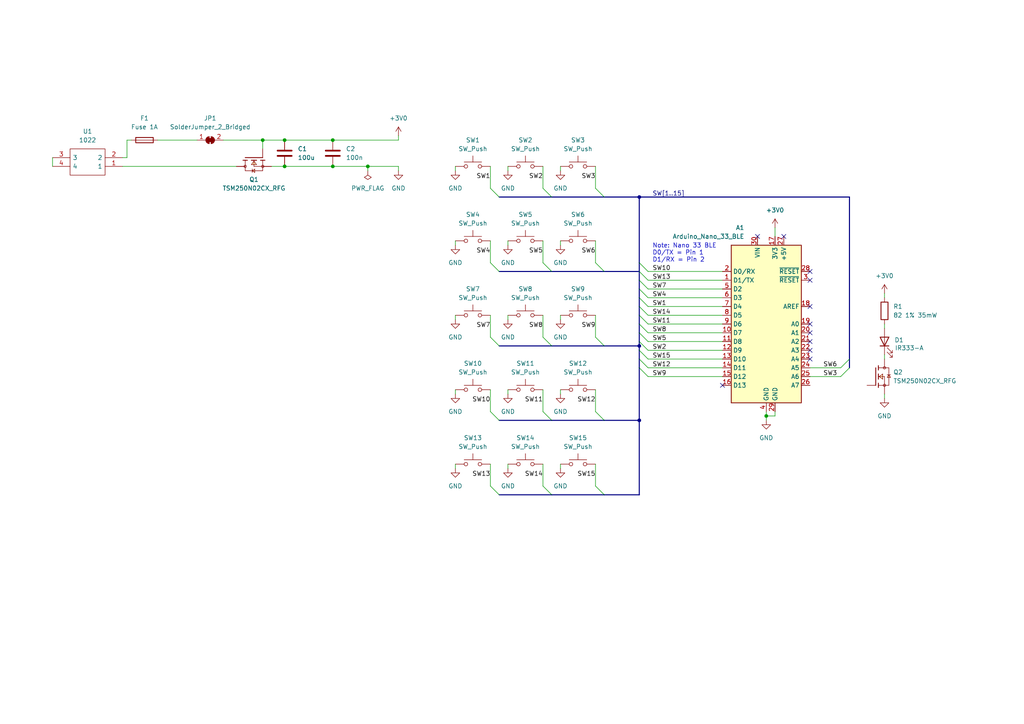
<source format=kicad_sch>
(kicad_sch (version 20211123) (generator eeschema)
  (paper "A4")
  (title_block (title "Mainboard") (comment 1 "${PROJECT}") (comment 2 "${PROJECT-URL}") (comment 3 "${GIT-COMMIT-HASH}") (comment 4 "${GIT-COMMIT-TAG}"))
  (lib_symbols
    (symbol "Device:C" (pin_numbers hide) (pin_names (offset 0.254))
      (property "Reference" "C" (at 0.635 2.54 0))
      (property "Value" "C" (at 0.635 -2.54 0))
      (symbol "C_0_1"
        (polyline (pts (xy -2.032 -0.762) (xy 2.032 -0.762)) (stroke (width 0.508)))
        (polyline (pts (xy -2.032 0.762) (xy 2.032 0.762)) (stroke (width 0.508)))
      )
      (symbol "C_1_1"
        (pin passive line (at 0 3.81 270) (length 2.794) (name "~") (number "1"))
        (pin passive line (at 0 -3.81 90) (length 2.794) (name "~") (number "2"))
      )
    )
    (symbol "Device:Fuse" (pin_numbers hide) (pin_names (offset 0))
      (property "Reference" "F" (at 2.032 0 90))
      (property "Value" "Fuse" (at -1.905 0 90))
      (symbol "Fuse_0_1"
        (rectangle (start -0.762 -2.54) (end 0.762 2.54) (stroke (width 0.254)))
        (polyline (pts (xy 0 2.54) (xy 0 -2.54)))
      )
      (symbol "Fuse_1_1"
        (pin passive line (at 0 3.81 270) (length 1.27) (name "~") (number "1"))
        (pin passive line (at 0 -3.81 90) (length 1.27) (name "~") (number "2"))
      )
    )
    (symbol "Device:LED" (pin_numbers hide) (pin_names (offset 1.016) hide)
      (property "Reference" "D" (at 0 2.54 0))
      (property "Value" "LED" (at 0 -2.54 0))
      (symbol "LED_0_1"
        (polyline (pts (xy -1.27 -1.27) (xy -1.27 1.27)) (stroke (width 0.254)))
        (polyline (pts (xy -1.27 0) (xy 1.27 0)))
        (polyline (pts (xy 1.27 -1.27) (xy 1.27 1.27) (xy -1.27 0) (xy 1.27 -1.27)) (stroke (width 0.254)))
        (polyline (pts (xy -3.048 -0.762) (xy -4.572 -2.286) (xy -3.81 -2.286) (xy -4.572 -2.286) (xy -4.572 -1.524)))
        (polyline (pts (xy -1.778 -0.762) (xy -3.302 -2.286) (xy -2.54 -2.286) (xy -3.302 -2.286) (xy -3.302 -1.524)))
      )
      (symbol "LED_1_1"
        (pin passive line (at -3.81 0 0) (length 2.54) (name "K") (number "1"))
        (pin passive line (at 3.81 0 180) (length 2.54) (name "A") (number "2"))
      )
    )
    (symbol "Device:R" (pin_numbers hide) (pin_names (offset 0))
      (property "Reference" "R" (at 2.032 0 90))
      (property "Value" "R" (at 0 0 90))
      (symbol "R_0_1"
        (rectangle (start -1.016 -2.54) (end 1.016 2.54) (stroke (width 0.254)))
      )
      (symbol "R_1_1"
        (pin passive line (at 0 3.81 270) (length 1.27) (name "~") (number "1"))
        (pin passive line (at 0 -3.81 90) (length 1.27) (name "~") (number "2"))
      )
    )
    (symbol "Jumper:SolderJumper_2_Bridged" (pin_names (offset 0) hide)
      (property "Reference" "JP" (at 0 2.032 0))
      (property "Value" "SolderJumper_2_Bridged" (at 0 -2.54 0))
      (symbol "SolderJumper_2_Bridged_0_1"
        (rectangle (start -0.508 0.508) (end 0.508 -0.508) (fill (type outline)))
        (arc (start -0.254 1.016) (mid -1.27 0) (end -0.254 -1.016))
        (arc (start -0.254 1.016) (mid -1.27 0) (end -0.254 -1.016) (fill (type outline)))
        (polyline (pts (xy -0.254 1.016) (xy -0.254 -1.016)))
        (polyline (pts (xy 0.254 1.016) (xy 0.254 -1.016)))
        (arc (start 0.254 -1.016) (mid 1.27 0) (end 0.254 1.016))
        (arc (start 0.254 -1.016) (mid 1.27 0) (end 0.254 1.016) (fill (type outline)))
      )
      (symbol "SolderJumper_2_Bridged_1_1"
        (pin passive line (at -3.81 0 0) (length 2.54) (name "A") (number "1"))
        (pin passive line (at 3.81 0 180) (length 2.54) (name "B") (number "2"))
      )
    )
    (symbol "MCU_Module:Arduino_Nano_v3.x"
      (property "Reference" "A" (at -10.16 23.495 0))
      (property "Value" "Arduino_Nano_v3.x" (at 5.08 -24.13 0))
      (symbol "Arduino_Nano_v3.x_0_1"
        (rectangle (start -10.16 22.86) (end 10.16 -22.86) (stroke (width 0.254)) (fill (type background)))
      )
      (symbol "Arduino_Nano_v3.x_1_1"
        (pin bidirectional line (at -12.7 12.7 0) (length 2.54) (name "D1/TX") (number "1"))
        (pin bidirectional line (at -12.7 -2.54 0) (length 2.54) (name "D7") (number "10"))
        (pin bidirectional line (at -12.7 -5.08 0) (length 2.54) (name "D8") (number "11"))
        (pin bidirectional line (at -12.7 -7.62 0) (length 2.54) (name "D9") (number "12"))
        (pin bidirectional line (at -12.7 -10.16 0) (length 2.54) (name "D10") (number "13"))
        (pin bidirectional line (at -12.7 -12.7 0) (length 2.54) (name "D11") (number "14"))
        (pin bidirectional line (at -12.7 -15.24 0) (length 2.54) (name "D12") (number "15"))
        (pin bidirectional line (at -12.7 -17.78 0) (length 2.54) (name "D13") (number "16"))
        (pin power_out line (at 2.54 25.4 270) (length 2.54) (name "3V3") (number "17"))
        (pin input line (at 12.7 5.08 180) (length 2.54) (name "AREF") (number "18"))
        (pin bidirectional line (at 12.7 0 180) (length 2.54) (name "A0") (number "19"))
        (pin bidirectional line (at -12.7 15.24 0) (length 2.54) (name "D0/RX") (number "2"))
        (pin bidirectional line (at 12.7 -2.54 180) (length 2.54) (name "A1") (number "20"))
        (pin bidirectional line (at 12.7 -5.08 180) (length 2.54) (name "A2") (number "21"))
        (pin bidirectional line (at 12.7 -7.62 180) (length 2.54) (name "A3") (number "22"))
        (pin bidirectional line (at 12.7 -10.16 180) (length 2.54) (name "A4") (number "23"))
        (pin bidirectional line (at 12.7 -12.7 180) (length 2.54) (name "A5") (number "24"))
        (pin bidirectional line (at 12.7 -15.24 180) (length 2.54) (name "A6") (number "25"))
        (pin bidirectional line (at 12.7 -17.78 180) (length 2.54) (name "A7") (number "26"))
        (pin power_out line (at 5.08 25.4 270) (length 2.54) (name "+5V") (number "27"))
        (pin input line (at 12.7 15.24 180) (length 2.54) (name "~{RESET}") (number "28"))
        (pin power_in line (at 2.54 -25.4 90) (length 2.54) (name "GND") (number "29"))
        (pin input line (at 12.7 12.7 180) (length 2.54) (name "~{RESET}") (number "3"))
        (pin power_in line (at -2.54 25.4 270) (length 2.54) (name "VIN") (number "30"))
        (pin power_in line (at 0 -25.4 90) (length 2.54) (name "GND") (number "4"))
        (pin bidirectional line (at -12.7 10.16 0) (length 2.54) (name "D2") (number "5"))
        (pin bidirectional line (at -12.7 7.62 0) (length 2.54) (name "D3") (number "6"))
        (pin bidirectional line (at -12.7 5.08 0) (length 2.54) (name "D4") (number "7"))
        (pin bidirectional line (at -12.7 2.54 0) (length 2.54) (name "D5") (number "8"))
        (pin bidirectional line (at -12.7 0 0) (length 2.54) (name "D6") (number "9"))
      )
    )
    (symbol "SamacSys:1022" (pin_names (offset 0.762))
      (property "Reference" "U" (at 16.51 7.62 0))
      (property "Value" "1022" (at 16.51 5.08 0))
      (symbol "1022_0_0"
        (pin passive line (at 0 0 0) (length 5.08) (name "1") (number "1"))
        (pin passive line (at 0 -2.54 0) (length 5.08) (name "2") (number "2"))
        (pin passive line (at 20.32 -2.54 180) (length 5.08) (name "3") (number "3"))
        (pin passive line (at 20.32 0 180) (length 5.08) (name "4") (number "4"))
      )
      (symbol "1022_0_1"
        (polyline (pts (xy 5.08 2.54) (xy 15.24 2.54) (xy 15.24 -5.08) (xy 5.08 -5.08) (xy 5.08 2.54)) (stroke (width 0.1524)))
      )
    )
    (symbol "Switch:SW_Push" (pin_numbers hide) (pin_names (offset 1.016) hide)
      (property "Reference" "SW" (at 1.27 2.54 0))
      (property "Value" "SW_Push" (at 0 -1.524 0))
      (symbol "SW_Push_0_1"
        (circle (center -2.032 0) (radius 0.508))
        (polyline (pts (xy 0 1.27) (xy 0 3.048)))
        (polyline (pts (xy 2.54 1.27) (xy -2.54 1.27)))
        (circle (center 2.032 0) (radius 0.508))
        (pin passive line (at -5.08 0 0) (length 2.54) (name "1") (number "1"))
        (pin passive line (at 5.08 0 180) (length 2.54) (name "2") (number "2"))
      )
    )
    (symbol "TSM250N02CX_RFG:TSM250N02CX_RFG" (pin_numbers hide) (pin_names (offset 1.016) hide)
      (property "Reference" "Q" (at -8.89 2.54 0))
      (property "Value" "TSM250N02CX_RFG" (at -8.89 -7.62 0))
      (symbol "TSM250N02CX_RFG_0_0"
        (polyline (pts (xy 0 2.54) (xy 0 -2.54)) (stroke (width 0.254)))
        (polyline (pts (xy 0.762 -2.54) (xy 0.762 -3.175)) (stroke (width 0.254)))
        (polyline (pts (xy 0.762 -1.905) (xy 0.762 -2.54)) (stroke (width 0.254)))
        (polyline (pts (xy 0.762 0) (xy 0.762 -0.762)) (stroke (width 0.254)))
        (polyline (pts (xy 0.762 0) (xy 2.54 0)) (stroke (width 0.1524)))
        (polyline (pts (xy 0.762 0.762) (xy 0.762 0)) (stroke (width 0.254)))
        (polyline (pts (xy 0.762 2.54) (xy 0.762 1.905)) (stroke (width 0.254)))
        (polyline (pts (xy 0.762 2.54) (xy 3.81 2.54)) (stroke (width 0.1524)))
        (polyline (pts (xy 0.762 3.175) (xy 0.762 2.54)) (stroke (width 0.254)))
        (polyline (pts (xy 2.54 -2.54) (xy 0.762 -2.54)) (stroke (width 0.1524)))
        (polyline (pts (xy 2.54 -2.54) (xy 3.81 -2.54)) (stroke (width 0.1524)))
        (polyline (pts (xy 2.54 0) (xy 2.54 -2.54)) (stroke (width 0.1524)))
        (polyline (pts (xy 3.81 0.508) (xy 3.302 0.508)) (stroke (width 0.1524)))
        (polyline (pts (xy 3.81 0.508) (xy 3.81 -2.54)) (stroke (width 0.1524)))
        (polyline (pts (xy 3.81 2.54) (xy 3.81 0.508)) (stroke (width 0.1524)))
        (polyline (pts (xy 4.318 0.508) (xy 3.81 0.508)) (stroke (width 0.1524)))
        (polyline (pts (xy 1.016 0) (xy 2.032 0.762) (xy 2.032 -0.762) (xy 1.016 0)) (stroke (width 0.1524)) (fill (type background)))
        (polyline (pts (xy 3.81 0.508) (xy 3.302 -0.254) (xy 4.318 -0.254) (xy 3.81 0.508)) (stroke (width 0.1524)) (fill (type background)))
        (circle (center 2.54 -2.54) (radius 0.3556))
        (circle (center 2.54 2.54) (radius 0.3556))
        (pin passive line (at -2.54 -2.54 0) (length 2.54) (name "~") (number "1"))
        (pin passive line (at 2.54 -5.08 90) (length 2.54) (name "~") (number "2"))
        (pin passive line (at 2.54 5.08 270) (length 2.54) (name "~") (number "3"))
      )
    )
    (symbol "power:+3V0" (power) (pin_names (offset 0))
      (property "Value" "+3V0" (at 0 3.556 0))
      (symbol "+3V0_0_1"
        (polyline (pts (xy -0.762 1.27) (xy 0 2.54)))
        (polyline (pts (xy 0 0) (xy 0 2.54)))
        (polyline (pts (xy 0 2.54) (xy 0.762 1.27)))
      )
      (symbol "+3V0_1_1"
        (pin power_in line (at 0 0 90) (length 0) hide (name "+3V0") (number "1"))
      )
    )
    (symbol "power:GND" (power) (pin_names (offset 0))
      (property "Value" "GND" (at 0 -3.81 0))
      (symbol "GND_0_1"
        (polyline (pts (xy 0 0) (xy 0 -1.27) (xy 1.27 -1.27) (xy 0 -2.54) (xy -1.27 -1.27) (xy 0 -1.27)))
      )
      (symbol "GND_1_1"
        (pin power_in line (at 0 0 270) (length 0) hide (name "GND") (number "1"))
      )
    )
    (symbol "power:PWR_FLAG" (power) (pin_numbers hide) (pin_names (offset 0) hide)
      (property "Value" "PWR_FLAG" (at 0 3.81 0))
      (symbol "PWR_FLAG_0_0"
        (pin power_out line (at 0 0 90) (length 0) (name "pwr") (number "1"))
      )
      (symbol "PWR_FLAG_0_1"
        (polyline (pts (xy 0 0) (xy 0 1.27) (xy -1.016 1.905) (xy 0 2.54) (xy 1.016 1.905) (xy 0 1.27)))
      )
    )
  )
  (junction (at 82.55 48.26))
  (junction (at 96.52 48.26))
  (junction (at 185.42 57.15))
  (junction (at 222.25 120.65))
  (junction (at 96.52 40.64))
  (junction (at 185.42 121.92))
  (junction (at 76.2 40.64))
  (junction (at 106.68 48.26))
  (junction (at 185.42 100.33))
  (junction (at 82.55 40.64))
  (no_connect (at 234.95 93.98))
  (no_connect (at 234.95 81.28))
  (no_connect (at 234.95 88.9))
  (no_connect (at 234.95 78.74))
  (no_connect (at 219.71 68.58))
  (no_connect (at 227.33 68.58))
  (no_connect (at 209.55 111.76))
  (no_connect (at 234.95 96.52))
  (no_connect (at 234.95 99.06))
  (no_connect (at 234.95 101.6))
  (no_connect (at 234.95 104.14))
  (bus_entry (at 185.42 88.9) (size 2.54 2.54))
  (bus_entry (at 175.26 143.51) (size -2.54 -2.54))
  (bus_entry (at 160.02 143.51) (size -2.54 -2.54))
  (bus_entry (at 185.42 86.36) (size 2.54 2.54))
  (bus_entry (at 185.42 83.82) (size 2.54 2.54))
  (bus_entry (at 185.42 76.2) (size 2.54 2.54))
  (bus_entry (at 185.42 81.28) (size 2.54 2.54))
  (bus_entry (at 144.78 100.33) (size -2.54 -2.54))
  (bus_entry (at 160.02 100.33) (size -2.54 -2.54))
  (bus_entry (at 160.02 121.92) (size -2.54 -2.54))
  (bus_entry (at 144.78 121.92) (size -2.54 -2.54))
  (bus_entry (at 175.26 57.15) (size -2.54 -2.54))
  (bus_entry (at 160.02 57.15) (size -2.54 -2.54))
  (bus_entry (at 144.78 57.15) (size -2.54 -2.54))
  (bus_entry (at 144.78 143.51) (size -2.54 -2.54))
  (bus_entry (at 175.26 121.92) (size -2.54 -2.54))
  (bus_entry (at 243.84 106.68) (size 2.54 -2.54))
  (bus_entry (at 243.84 109.22) (size 2.54 -2.54))
  (bus_entry (at 185.42 104.14) (size 2.54 2.54))
  (bus_entry (at 185.42 101.6) (size 2.54 2.54))
  (bus_entry (at 185.42 106.68) (size 2.54 2.54))
  (bus_entry (at 185.42 93.98) (size 2.54 2.54))
  (bus_entry (at 185.42 91.44) (size 2.54 2.54))
  (bus_entry (at 185.42 96.52) (size 2.54 2.54))
  (bus_entry (at 185.42 99.06) (size 2.54 2.54))
  (bus_entry (at 175.26 78.74) (size -2.54 -2.54))
  (bus_entry (at 144.78 78.74) (size -2.54 -2.54))
  (bus_entry (at 185.42 78.74) (size 2.54 2.54))
  (bus_entry (at 160.02 78.74) (size -2.54 -2.54))
  (bus_entry (at 175.26 100.33) (size -2.54 -2.54))
  (bus (pts (xy 185.42 121.92) (xy 185.42 143.51)))
  (bus (pts (xy 185.42 91.44) (xy 185.42 93.98)))
  (wire (pts (xy 82.55 48.26) (xy 96.52 48.26)))
  (wire (pts (xy 147.32 134.62) (xy 147.32 135.89)))
  (wire (pts (xy 162.56 113.03) (xy 162.56 114.3)))
  (bus (pts (xy 175.26 100.33) (xy 185.42 100.33)))
  (bus (pts (xy 185.42 78.74) (xy 185.42 81.28)))
  (wire (pts (xy 224.79 66.04) (xy 224.79 68.58)))
  (wire (pts (xy 96.52 40.64) (xy 115.57 40.64)))
  (wire (pts (xy 234.95 109.22) (xy 243.84 109.22)))
  (wire (pts (xy 256.54 114.3) (xy 256.54 115.57)))
  (bus (pts (xy 185.42 99.06) (xy 185.42 100.33)))
  (wire (pts (xy 132.08 91.44) (xy 132.08 92.71)))
  (wire (pts (xy 187.96 93.98) (xy 209.55 93.98)))
  (wire (pts (xy 36.83 45.72) (xy 36.83 40.64)))
  (wire (pts (xy 157.48 91.44) (xy 157.48 97.79)))
  (bus (pts (xy 175.26 100.33) (xy 160.02 100.33)))
  (wire (pts (xy 115.57 48.26) (xy 115.57 49.53)))
  (bus (pts (xy 185.42 104.14) (xy 185.42 106.68)))
  (bus (pts (xy 175.26 143.51) (xy 160.02 143.51)))
  (bus (pts (xy 144.78 100.33) (xy 160.02 100.33)))
  (wire (pts (xy 222.25 119.38) (xy 222.25 120.65)))
  (bus (pts (xy 144.78 121.92) (xy 160.02 121.92)))
  (wire (pts (xy 172.72 91.44) (xy 172.72 97.79)))
  (wire (pts (xy 76.2 40.64) (xy 82.55 40.64)))
  (wire (pts (xy 187.96 101.6) (xy 209.55 101.6)))
  (wire (pts (xy 142.24 134.62) (xy 142.24 140.97)))
  (wire (pts (xy 243.84 106.68) (xy 234.95 106.68)))
  (wire (pts (xy 132.08 48.26) (xy 132.08 49.53)))
  (wire (pts (xy 187.96 88.9) (xy 209.55 88.9)))
  (wire (pts (xy 187.96 106.68) (xy 209.55 106.68)))
  (wire (pts (xy 106.68 48.26) (xy 106.68 49.53)))
  (bus (pts (xy 175.26 78.74) (xy 160.02 78.74)))
  (bus (pts (xy 246.38 104.14) (xy 246.38 57.15)))
  (bus (pts (xy 185.42 96.52) (xy 185.42 99.06)))
  (bus (pts (xy 246.38 106.68) (xy 246.38 104.14)))
  (bus (pts (xy 175.26 121.92) (xy 185.42 121.92)))
  (wire (pts (xy 15.24 45.72) (xy 15.24 48.26)))
  (wire (pts (xy 187.96 96.52) (xy 209.55 96.52)))
  (bus (pts (xy 246.38 57.15) (xy 185.42 57.15)))
  (wire (pts (xy 64.77 40.64) (xy 76.2 40.64)))
  (wire (pts (xy 256.54 93.98) (xy 256.54 95.25)))
  (bus (pts (xy 185.42 106.68) (xy 185.42 121.92)))
  (wire (pts (xy 142.24 69.85) (xy 142.24 76.2)))
  (wire (pts (xy 142.24 91.44) (xy 142.24 97.79)))
  (bus (pts (xy 175.26 143.51) (xy 185.42 143.51)))
  (wire (pts (xy 82.55 40.64) (xy 96.52 40.64)))
  (bus (pts (xy 144.78 143.51) (xy 160.02 143.51)))
  (bus (pts (xy 185.42 86.36) (xy 185.42 88.9)))
  (wire (pts (xy 147.32 48.26) (xy 147.32 49.53)))
  (wire (pts (xy 157.48 48.26) (xy 157.48 54.61)))
  (bus (pts (xy 185.42 100.33) (xy 185.42 101.6)))
  (bus (pts (xy 185.42 81.28) (xy 185.42 83.82)))
  (bus (pts (xy 175.26 57.15) (xy 160.02 57.15)))
  (wire (pts (xy 187.96 83.82) (xy 209.55 83.82)))
  (bus (pts (xy 185.42 57.15) (xy 185.42 76.2)))
  (wire (pts (xy 172.72 134.62) (xy 172.72 140.97)))
  (bus (pts (xy 185.42 88.9) (xy 185.42 91.44)))
  (wire (pts (xy 172.72 113.03) (xy 172.72 119.38)))
  (wire (pts (xy 224.79 119.38) (xy 224.79 120.65)))
  (wire (pts (xy 157.48 113.03) (xy 157.48 119.38)))
  (bus (pts (xy 144.78 57.15) (xy 160.02 57.15)))
  (wire (pts (xy 132.08 134.62) (xy 132.08 135.89)))
  (wire (pts (xy 142.24 48.26) (xy 142.24 54.61)))
  (wire (pts (xy 187.96 104.14) (xy 209.55 104.14)))
  (wire (pts (xy 147.32 113.03) (xy 147.32 114.3)))
  (bus (pts (xy 144.78 78.74) (xy 160.02 78.74)))
  (wire (pts (xy 222.25 120.65) (xy 222.25 121.92)))
  (wire (pts (xy 157.48 69.85) (xy 157.48 76.2)))
  (bus (pts (xy 185.42 101.6) (xy 185.42 104.14)))
  (wire (pts (xy 187.96 86.36) (xy 209.55 86.36)))
  (wire (pts (xy 132.08 113.03) (xy 132.08 114.3)))
  (wire (pts (xy 115.57 40.64) (xy 115.57 39.37)))
  (wire (pts (xy 142.24 113.03) (xy 142.24 119.38)))
  (wire (pts (xy 187.96 99.06) (xy 209.55 99.06)))
  (wire (pts (xy 172.72 48.26) (xy 172.72 54.61)))
  (wire (pts (xy 162.56 48.26) (xy 162.56 49.53)))
  (wire (pts (xy 106.68 48.26) (xy 115.57 48.26)))
  (wire (pts (xy 162.56 91.44) (xy 162.56 92.71)))
  (wire (pts (xy 172.72 69.85) (xy 172.72 76.2)))
  (bus (pts (xy 185.42 83.82) (xy 185.42 86.36)))
  (bus (pts (xy 175.26 78.74) (xy 185.42 78.74)))
  (wire (pts (xy 96.52 48.26) (xy 106.68 48.26)))
  (wire (pts (xy 78.74 48.26) (xy 82.55 48.26)))
  (wire (pts (xy 36.83 45.72) (xy 35.56 45.72)))
  (wire (pts (xy 187.96 91.44) (xy 209.55 91.44)))
  (wire (pts (xy 35.56 48.26) (xy 68.58 48.26)))
  (wire (pts (xy 147.32 91.44) (xy 147.32 92.71)))
  (wire (pts (xy 187.96 109.22) (xy 209.55 109.22)))
  (wire (pts (xy 256.54 102.87) (xy 256.54 104.14)))
  (wire (pts (xy 256.54 85.09) (xy 256.54 86.36)))
  (wire (pts (xy 36.83 40.64) (xy 38.1 40.64)))
  (bus (pts (xy 185.42 76.2) (xy 185.42 78.74)))
  (wire (pts (xy 132.08 69.85) (xy 132.08 71.12)))
  (bus (pts (xy 175.26 57.15) (xy 185.42 57.15)))
  (wire (pts (xy 45.72 40.64) (xy 57.15 40.64)))
  (wire (pts (xy 187.96 81.28) (xy 209.55 81.28)))
  (wire (pts (xy 162.56 134.62) (xy 162.56 135.89)))
  (wire (pts (xy 222.25 120.65) (xy 224.79 120.65)))
  (bus (pts (xy 185.42 93.98) (xy 185.42 96.52)))
  (bus (pts (xy 175.26 121.92) (xy 160.02 121.92)))
  (wire (pts (xy 187.96 78.74) (xy 209.55 78.74)))
  (wire (pts (xy 157.48 134.62) (xy 157.48 140.97)))
  (wire (pts (xy 76.2 40.64) (xy 76.2 43.18)))
  (wire (pts (xy 147.32 69.85) (xy 147.32 71.12)))
  (wire (pts (xy 162.56 69.85) (xy 162.56 71.12)))
  (text "Note: Nano 33 BLE\nD0/TX = Pin 1\nD1/RX = Pin 2" (at 189.23 76.2 0) (effects (font (size 1.27 1.27)) (justify left bottom)))
  (label "SW5" (at 157.48 73.66 180))
  (label "SW8" (at 157.48 95.25 180))
  (label "SW5" (at 189.23 99.06 0))
  (label "SW1" (at 189.23 88.9 0))
  (label "SW10" (at 189.23 78.74 0))
  (label "SW7" (at 189.23 83.82 0))
  (label "SW2" (at 157.48 52.07 180))
  (label "SW9" (at 172.72 95.25 180))
  (label "SW14" (at 157.48 138.43 180))
  (label "SW6" (at 172.72 73.66 180))
  (label "SW8" (at 189.23 96.52 0))
  (label "SW10" (at 142.24 116.84 180))
  (label "SW4" (at 189.23 86.36 0))
  (label "SW2" (at 189.23 101.6 0))
  (label "SW7" (at 142.24 95.25 180))
  (label "SW13" (at 142.24 138.43 180))
  (label "SW13" (at 189.23 81.28 0))
  (label "SW4" (at 142.24 73.66 180))
  (label "SW15" (at 189.23 104.14 0))
  (label "SW12" (at 172.72 116.84 180))
  (label "SW12" (at 189.23 106.68 0))
  (label "SW1" (at 142.24 52.07 180))
  (label "SW14" (at 189.23 91.44 0))
  (label "SW6" (at 238.76 106.68 0))
  (label "SW3" (at 172.72 52.07 180))
  (label "SW9" (at 189.23 109.22 0))
  (label "SW[1..15]" (at 189.23 57.15 0))
  (label "SW15" (at 172.72 138.43 180))
  (label "SW11" (at 157.48 116.84 180))
  (label "SW3" (at 238.76 109.22 0))
  (label "SW11" (at 189.23 93.98 0))
  (symbol (lib_id "Switch:SW_Push") (at 137.16 69.85 0) (unit 1)
    (property "Reference" "SW4" (at 137.16 62.23 0))
    (property "Value" "SW_Push" (at 137.16 64.77 0))
    (property "Footprint" "Button_Switch_THT:SW_PUSH_6mm" (effects hide))
  )
  (symbol (lib_id "Switch:SW_Push") (at 152.4 69.85 0) (unit 1)
    (property "Reference" "SW5" (at 152.4 62.23 0))
    (property "Value" "SW_Push" (at 152.4 64.77 0))
    (property "Footprint" "Button_Switch_THT:SW_PUSH_6mm" (effects hide))
  )
  (symbol (lib_id "power:+3V0") (at 224.79 66.04 0) (unit 1)
    (property "Reference" "#PWR0118" (effects hide))
    (property "Value" "+3V0" (at 224.79 60.96 0))
  )
  (symbol (lib_id "Switch:SW_Push") (at 167.64 91.44 0) (unit 1)
    (property "Reference" "SW9" (at 167.64 83.82 0))
    (property "Value" "SW_Push" (at 167.64 86.36 0))
    (property "Footprint" "Button_Switch_THT:SW_PUSH_6mm" (effects hide))
  )
  (symbol (lib_id "Switch:SW_Push") (at 152.4 134.62 0) (unit 1)
    (property "Reference" "SW14" (at 152.4 127 0))
    (property "Value" "SW_Push" (at 152.4 129.54 0))
    (property "Footprint" "Button_Switch_THT:SW_PUSH_6mm" (effects hide))
  )
  (symbol (lib_id "Device:R") (at 256.54 90.17 180) (unit 1)
    (property "Reference" "R1" (at 259.08 88.8999 0) (effects (justify right)))
    (property "Value" "82 1% 35mW" (at 259.08 91.4399 0) (effects (justify right)))
    (property "Footprint" "Resistor_SMD:R_0805_2012Metric" (effects hide))
  )
  (symbol (lib_id "power:GND") (at 147.32 71.12 0) (unit 1)
    (property "Reference" "#PWR0106" (effects hide))
    (property "Value" "GND" (at 147.32 76.2 0))
  )
  (symbol (lib_id "TSM250N02CX_RFG:TSM250N02CX_RFG") (at 73.66 45.72 90) (mirror x) (unit 1)
    (property "Reference" "Q1" (at 73.66 52.07 90))
    (property "Value" "TSM250N02CX_RFG" (at 73.66 54.61 90))
    (property "Footprint" "TSM250N02CX_RFG:TRANS_TSM250N02CX_RFG" (effects hide))
    (property "STANDARD" "Manufacturer Recommendation" (effects hide))
    (property "MANUFACTURER" "Taiwan Semiconductor" (effects hide))
    (property "MAXIMUM_PACKAGE_HEIGHT" "1.15mm" (effects hide))
    (property "PARTREV" "A2007" (effects hide))
  )
  (symbol (lib_id "Device:C") (at 96.52 44.45 0) (unit 1)
    (property "Reference" "C2" (at 100.33 43.1799 0) (effects (justify left)))
    (property "Value" "100n" (at 100.33 45.7199 0) (effects (justify left)))
    (property "Footprint" "Capacitor_SMD:C_0805_2012Metric" (effects hide))
  )
  (symbol (lib_id "power:PWR_FLAG") (at 106.68 49.53 180) (unit 1)
    (property "Reference" "#FLG0101" (effects hide))
    (property "Value" "PWR_FLAG" (at 106.68 54.61 0))
  )
  (symbol (lib_id "Switch:SW_Push") (at 152.4 91.44 0) (unit 1)
    (property "Reference" "SW8" (at 152.4 83.82 0))
    (property "Value" "SW_Push" (at 152.4 86.36 0))
    (property "Footprint" "Button_Switch_THT:SW_PUSH_6mm" (effects hide))
  )
  (symbol (lib_id "power:GND") (at 162.56 114.3 0) (unit 1)
    (property "Reference" "#PWR0102" (effects hide))
    (property "Value" "GND" (at 162.56 119.38 0))
  )
  (symbol (lib_id "power:GND") (at 132.08 135.89 0) (unit 1)
    (property "Reference" "#PWR0112" (effects hide))
    (property "Value" "GND" (at 132.08 140.97 0))
  )
  (symbol (lib_id "power:+3V0") (at 115.57 39.37 0) (unit 1)
    (property "Reference" "#PWR0117" (effects hide))
    (property "Value" "+3V0" (at 115.57 34.29 0))
  )
  (symbol (lib_id "Switch:SW_Push") (at 167.64 48.26 0) (unit 1)
    (property "Reference" "SW3" (at 167.64 40.64 0))
    (property "Value" "SW_Push" (at 167.64 43.18 0))
    (property "Footprint" "Button_Switch_THT:SW_PUSH_6mm" (effects hide))
  )
  (symbol (lib_id "power:GND") (at 162.56 71.12 0) (unit 1)
    (property "Reference" "#PWR0107" (effects hide))
    (property "Value" "GND" (at 162.56 76.2 0))
  )
  (symbol (lib_id "power:+3V0") (at 256.54 85.09 0) (unit 1)
    (property "Reference" "#PWR0121" (effects hide))
    (property "Value" "+3V0" (at 256.54 80.01 0))
  )
  (symbol (lib_id "power:GND") (at 256.54 115.57 0) (unit 1)
    (property "Reference" "#PWR0120" (effects hide))
    (property "Value" "GND" (at 256.54 120.65 0))
  )
  (symbol (lib_id "Switch:SW_Push") (at 137.16 48.26 0) (unit 1)
    (property "Reference" "SW1" (at 137.16 40.64 0))
    (property "Value" "SW_Push" (at 137.16 43.18 0))
    (property "Footprint" "Button_Switch_THT:SW_PUSH_6mm" (effects hide))
  )
  (symbol (lib_id "SamacSys:1022") (at 35.56 48.26 180) (unit 1)
    (property "Reference" "U1" (at 25.4 38.1 0))
    (property "Value" "1022" (at 25.4 40.64 0))
    (property "Footprint" "SamacSys:1022" (effects hide))
    (property "Datasheet" "http://www.keyelco.com/product-pdf.cfm?p=935" (effects hide))
    (property "Description" "Cylindrical Battery Contacts, Clips, Holders & Springs \"AAA\" DUAL SMT battery holder" (effects hide))
    (property "Height" "11.18" (effects hide))
    (property "Mouser Part Number" "534-1022" (effects hide))
    (property "Mouser Price/Stock" "https://www.mouser.co.uk/ProductDetail/Keystone-Electronics/1022?qs=%2F%252BPMR94VuMb2WrzrnqCfQg%3D%3D" (effects hide))
    (property "Manufacturer_Name" "Keystone Electronics" (effects hide))
    (property "Manufacturer_Part_Number" "1022" (effects hide))
  )
  (symbol (lib_id "Switch:SW_Push") (at 167.64 134.62 0) (unit 1)
    (property "Reference" "SW15" (at 167.64 127 0))
    (property "Value" "SW_Push" (at 167.64 129.54 0))
    (property "Footprint" "Button_Switch_THT:SW_PUSH_6mm" (effects hide))
  )
  (symbol (lib_id "power:GND") (at 132.08 114.3 0) (unit 1)
    (property "Reference" "#PWR0111" (effects hide))
    (property "Value" "GND" (at 132.08 119.38 0))
  )
  (symbol (lib_id "power:GND") (at 222.25 121.92 0) (unit 1)
    (property "Reference" "#PWR0119" (effects hide))
    (property "Value" "GND" (at 222.25 127 0))
  )
  (symbol (lib_id "Device:LED") (at 256.54 99.06 90) (unit 1)
    (property "Reference" "D1" (at 260.7795 98.6192 90))
    (property "Value" "IR333-A" (at 263.737 100.9295 90))
    (property "Footprint" "LED_THT:LED_D5.0mm_Horizontal_O1.27mm_Z3.0mm" (effects hide))
    (property "Datasheet" "https://everlighteurope.com/index.php?controller=attachment&id_attachment=4872" (effects hide))
  )
  (symbol (lib_id "power:GND") (at 147.32 49.53 0) (unit 1)
    (property "Reference" "#PWR0113" (effects hide))
    (property "Value" "GND" (at 147.32 54.61 0))
  )
  (symbol (lib_id "power:GND") (at 147.32 135.89 0) (unit 1)
    (property "Reference" "#PWR0109" (effects hide))
    (property "Value" "GND" (at 147.32 140.97 0))
  )
  (symbol (lib_id "Switch:SW_Push") (at 167.64 113.03 0) (unit 1)
    (property "Reference" "SW12" (at 167.64 105.41 0))
    (property "Value" "SW_Push" (at 167.64 107.95 0))
    (property "Footprint" "Button_Switch_THT:SW_PUSH_6mm" (effects hide))
  )
  (symbol (lib_id "Switch:SW_Push") (at 137.16 113.03 0) (unit 1)
    (property "Reference" "SW10" (at 137.16 105.41 0))
    (property "Value" "SW_Push" (at 137.16 107.95 0))
    (property "Footprint" "Button_Switch_THT:SW_PUSH_6mm" (effects hide))
  )
  (symbol (lib_id "Switch:SW_Push") (at 167.64 69.85 0) (unit 1)
    (property "Reference" "SW6" (at 167.64 62.23 0))
    (property "Value" "SW_Push" (at 167.64 64.77 0))
    (property "Footprint" "Button_Switch_THT:SW_PUSH_6mm" (effects hide))
  )
  (symbol (lib_id "MCU_Module:Arduino_Nano_v3.x") (at 222.25 93.98 0) (unit 1)
    (property "Reference" "A1" (at 215.9 66.04 0) (effects (justify right)))
    (property "Value" "Arduino_Nano_33_BLE" (at 215.9 68.58 0) (effects (justify right)))
    (property "Footprint" "Module:Arduino_Nano_WithMountingHoles" (effects hide))
    (property "Datasheet" "http://www.mouser.com/pdfdocs/Gravitech_Arduino_Nano3_0.pdf" (effects hide))
  )
  (symbol (lib_id "power:GND") (at 147.32 114.3 0) (unit 1)
    (property "Reference" "#PWR0110" (effects hide))
    (property "Value" "GND" (at 147.32 119.38 0))
  )
  (symbol (lib_id "power:GND") (at 132.08 49.53 0) (unit 1)
    (property "Reference" "#PWR0114" (effects hide))
    (property "Value" "GND" (at 132.08 54.61 0))
  )
  (symbol (lib_id "Switch:SW_Push") (at 137.16 134.62 0) (unit 1)
    (property "Reference" "SW13" (at 137.16 127 0))
    (property "Value" "SW_Push" (at 137.16 129.54 0))
    (property "Footprint" "Button_Switch_THT:SW_PUSH_6mm" (effects hide))
  )
  (symbol (lib_id "power:GND") (at 147.32 92.71 0) (unit 1)
    (property "Reference" "#PWR0104" (effects hide))
    (property "Value" "GND" (at 147.32 97.79 0))
  )
  (symbol (lib_id "power:GND") (at 162.56 135.89 0) (unit 1)
    (property "Reference" "#PWR0101" (effects hide))
    (property "Value" "GND" (at 162.56 140.97 0))
  )
  (symbol (lib_id "Switch:SW_Push") (at 152.4 113.03 0) (unit 1)
    (property "Reference" "SW11" (at 152.4 105.41 0))
    (property "Value" "SW_Push" (at 152.4 107.95 0))
    (property "Footprint" "Button_Switch_THT:SW_PUSH_6mm" (effects hide))
  )
  (symbol (lib_id "power:GND") (at 162.56 49.53 0) (unit 1)
    (property "Reference" "#PWR0108" (effects hide))
    (property "Value" "GND" (at 162.56 54.61 0))
  )
  (symbol (lib_id "power:GND") (at 162.56 92.71 0) (unit 1)
    (property "Reference" "#PWR0103" (effects hide))
    (property "Value" "GND" (at 162.56 97.79 0))
  )
  (symbol (lib_id "power:GND") (at 115.57 49.53 0) (unit 1)
    (property "Reference" "#PWR0116" (effects hide))
    (property "Value" "GND" (at 115.57 54.61 0))
  )
  (symbol (lib_id "Device:C") (at 82.55 44.45 0) (unit 1)
    (property "Reference" "C1" (at 86.36 43.1799 0) (effects (justify left)))
    (property "Value" "100u" (at 86.36 45.7199 0) (effects (justify left)))
    (property "Footprint" "Capacitor_SMD:C_0805_2012Metric" (effects hide))
  )
  (symbol (lib_id "Jumper:SolderJumper_2_Bridged") (at 60.96 40.64 0) (unit 1)
    (property "Reference" "JP1" (at 60.96 34.29 0))
    (property "Value" "SolderJumper_2_Bridged" (at 60.96 36.83 0))
    (property "Footprint" "Jumper:SolderJumper-2_P1.3mm_Bridged_Pad1.0x1.5mm" (effects hide))
  )
  (symbol (lib_id "Switch:SW_Push") (at 137.16 91.44 0) (unit 1)
    (property "Reference" "SW7" (at 137.16 83.82 0))
    (property "Value" "SW_Push" (at 137.16 86.36 0))
    (property "Footprint" "Button_Switch_THT:SW_PUSH_6mm" (effects hide))
  )
  (symbol (lib_id "Switch:SW_Push") (at 152.4 48.26 0) (unit 1)
    (property "Reference" "SW2" (at 152.4 40.64 0))
    (property "Value" "SW_Push" (at 152.4 43.18 0))
    (property "Footprint" "Button_Switch_THT:SW_PUSH_6mm" (effects hide))
  )
  (symbol (lib_id "power:GND") (at 132.08 92.71 0) (unit 1)
    (property "Reference" "#PWR0105" (effects hide))
    (property "Value" "GND" (at 132.08 97.79 0))
  )
  (symbol (lib_id "Device:Fuse") (at 41.91 40.64 90) (unit 1)
    (property "Reference" "F1" (at 41.91 34.29 90))
    (property "Value" "Fuse 1A" (at 41.91 36.83 90))
    (property "Footprint" "Fuse:Fuse_0805_2012Metric" (effects hide))
  )
  (symbol (lib_id "TSM250N02CX_RFG:TSM250N02CX_RFG") (at 254 109.22 0) (unit 1)
    (property "Reference" "Q2" (at 259.08 107.9499 0) (effects (justify left)))
    (property "Value" "TSM250N02CX_RFG" (at 259.08 110.4899 0) (effects (justify left)))
    (property "Footprint" "TSM250N02CX_RFG:TRANS_TSM250N02CX_RFG" (effects hide))
    (property "STANDARD" "Manufacturer Recommendation" (effects hide))
    (property "MANUFACTURER" "Taiwan Semiconductor" (effects hide))
    (property "MAXIMUM_PACKAGE_HEIGHT" "1.15mm" (effects hide))
    (property "PARTREV" "A2007" (effects hide))
  )
  (symbol (lib_id "power:GND") (at 132.08 71.12 0) (unit 1)
    (property "Reference" "#PWR0115" (effects hide))
    (property "Value" "GND" (at 132.08 76.2 0))
  )
)
</source>
